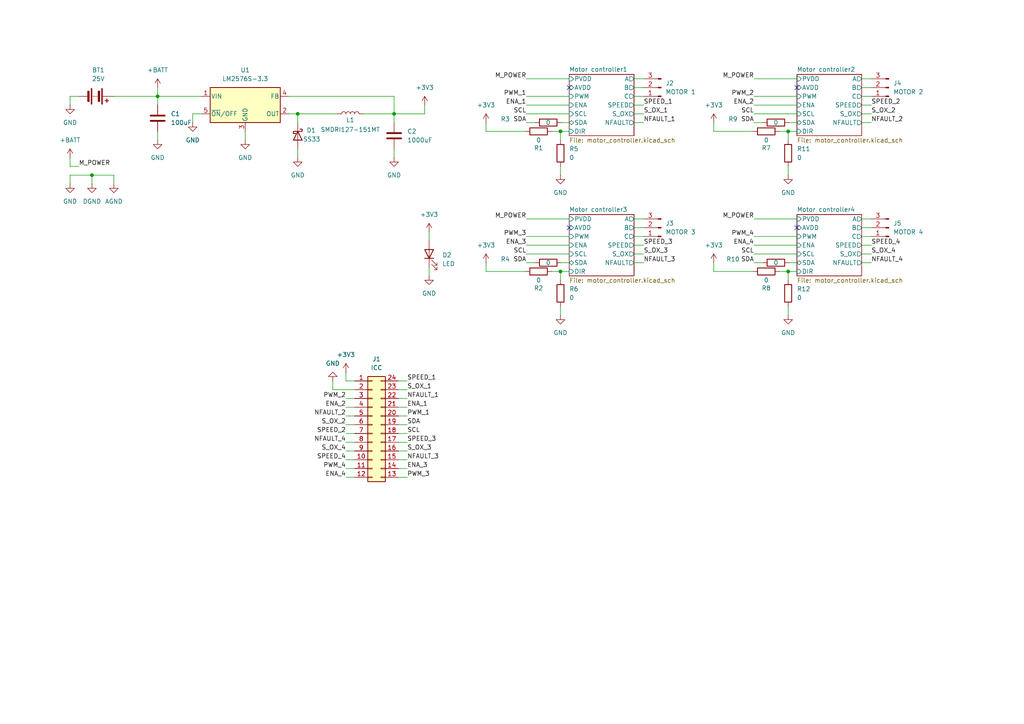
<source format=kicad_sch>
(kicad_sch (version 20231120) (generator "eeschema") (generator_version "8.0")
  (paper "A4")
  (lib_symbols
    (symbol "Connector:Conn_01x03_Pin" (pin_names (offset 1.016) hide)
      (property "Reference" "J" (at 0 5.08 0))
      (property "Value" "Conn_01x03_Pin" (at 0 -5.08 0))
      (symbol "Conn_01x03_Pin_1_1"
        (polyline (pts (xy 1.27 -2.54) (xy 0.8636 -2.54)) (stroke (width 0.1524)))
        (polyline (pts (xy 1.27 0) (xy 0.8636 0)) (stroke (width 0.1524)))
        (polyline (pts (xy 1.27 2.54) (xy 0.8636 2.54)) (stroke (width 0.1524)))
        (rectangle (start 0.8636 -2.413) (end 0 -2.667) (stroke (width 0.1524)) (fill (type outline)))
        (rectangle (start 0.8636 0.127) (end 0 -0.127) (stroke (width 0.1524)) (fill (type outline)))
        (rectangle (start 0.8636 2.667) (end 0 2.413) (stroke (width 0.1524)) (fill (type outline)))
        (pin passive line (at 5.08 2.54 180) (length 3.81) (name "Pin_1") (number "1"))
        (pin passive line (at 5.08 0 180) (length 3.81) (name "Pin_2") (number "2"))
        (pin passive line (at 5.08 -2.54 180) (length 3.81) (name "Pin_3") (number "3"))
      )
    )
    (symbol "Connector_Generic:Conn_02x12_Counter_Clockwise" (pin_names (offset 1.016) hide)
      (property "Reference" "J" (at 1.27 15.24 0))
      (property "Value" "Conn_02x12_Counter_Clockwise" (at 1.27 -17.78 0))
      (symbol "Conn_02x12_Counter_Clockwise_1_1"
        (rectangle (start -1.27 -15.113) (end 0 -15.367) (stroke (width 0.1524)))
        (rectangle (start -1.27 -12.573) (end 0 -12.827) (stroke (width 0.1524)))
        (rectangle (start -1.27 -10.033) (end 0 -10.287) (stroke (width 0.1524)))
        (rectangle (start -1.27 -7.493) (end 0 -7.747) (stroke (width 0.1524)))
        (rectangle (start -1.27 -4.953) (end 0 -5.207) (stroke (width 0.1524)))
        (rectangle (start -1.27 -2.413) (end 0 -2.667) (stroke (width 0.1524)))
        (rectangle (start -1.27 0.127) (end 0 -0.127) (stroke (width 0.1524)))
        (rectangle (start -1.27 2.667) (end 0 2.413) (stroke (width 0.1524)))
        (rectangle (start -1.27 5.207) (end 0 4.953) (stroke (width 0.1524)))
        (rectangle (start -1.27 7.747) (end 0 7.493) (stroke (width 0.1524)))
        (rectangle (start -1.27 10.287) (end 0 10.033) (stroke (width 0.1524)))
        (rectangle (start -1.27 12.827) (end 0 12.573) (stroke (width 0.1524)))
        (rectangle (start -1.27 13.97) (end 3.81 -16.51) (stroke (width 0.254)) (fill (type background)))
        (rectangle (start 3.81 -15.113) (end 2.54 -15.367) (stroke (width 0.1524)))
        (rectangle (start 3.81 -12.573) (end 2.54 -12.827) (stroke (width 0.1524)))
        (rectangle (start 3.81 -10.033) (end 2.54 -10.287) (stroke (width 0.1524)))
        (rectangle (start 3.81 -7.493) (end 2.54 -7.747) (stroke (width 0.1524)))
        (rectangle (start 3.81 -4.953) (end 2.54 -5.207) (stroke (width 0.1524)))
        (rectangle (start 3.81 -2.413) (end 2.54 -2.667) (stroke (width 0.1524)))
        (rectangle (start 3.81 0.127) (end 2.54 -0.127) (stroke (width 0.1524)))
        (rectangle (start 3.81 2.667) (end 2.54 2.413) (stroke (width 0.1524)))
        (rectangle (start 3.81 5.207) (end 2.54 4.953) (stroke (width 0.1524)))
        (rectangle (start 3.81 7.747) (end 2.54 7.493) (stroke (width 0.1524)))
        (rectangle (start 3.81 10.287) (end 2.54 10.033) (stroke (width 0.1524)))
        (rectangle (start 3.81 12.827) (end 2.54 12.573) (stroke (width 0.1524)))
        (pin passive line (at -5.08 12.7 0) (length 3.81) (name "Pin_1") (number "1"))
        (pin passive line (at -5.08 -10.16 0) (length 3.81) (name "Pin_10") (number "10"))
        (pin passive line (at -5.08 -12.7 0) (length 3.81) (name "Pin_11") (number "11"))
        (pin passive line (at -5.08 -15.24 0) (length 3.81) (name "Pin_12") (number "12"))
        (pin passive line (at 7.62 -15.24 180) (length 3.81) (name "Pin_13") (number "13"))
        (pin passive line (at 7.62 -12.7 180) (length 3.81) (name "Pin_14") (number "14"))
        (pin passive line (at 7.62 -10.16 180) (length 3.81) (name "Pin_15") (number "15"))
        (pin passive line (at 7.62 -7.62 180) (length 3.81) (name "Pin_16") (number "16"))
        (pin passive line (at 7.62 -5.08 180) (length 3.81) (name "Pin_17") (number "17"))
        (pin passive line (at 7.62 -2.54 180) (length 3.81) (name "Pin_18") (number "18"))
        (pin passive line (at 7.62 0 180) (length 3.81) (name "Pin_19") (number "19"))
        (pin passive line (at -5.08 10.16 0) (length 3.81) (name "Pin_2") (number "2"))
        (pin passive line (at 7.62 2.54 180) (length 3.81) (name "Pin_20") (number "20"))
        (pin passive line (at 7.62 5.08 180) (length 3.81) (name "Pin_21") (number "21"))
        (pin passive line (at 7.62 7.62 180) (length 3.81) (name "Pin_22") (number "22"))
        (pin passive line (at 7.62 10.16 180) (length 3.81) (name "Pin_23") (number "23"))
        (pin passive line (at 7.62 12.7 180) (length 3.81) (name "Pin_24") (number "24"))
        (pin passive line (at -5.08 7.62 0) (length 3.81) (name "Pin_3") (number "3"))
        (pin passive line (at -5.08 5.08 0) (length 3.81) (name "Pin_4") (number "4"))
        (pin passive line (at -5.08 2.54 0) (length 3.81) (name "Pin_5") (number "5"))
        (pin passive line (at -5.08 0 0) (length 3.81) (name "Pin_6") (number "6"))
        (pin passive line (at -5.08 -2.54 0) (length 3.81) (name "Pin_7") (number "7"))
        (pin passive line (at -5.08 -5.08 0) (length 3.81) (name "Pin_8") (number "8"))
        (pin passive line (at -5.08 -7.62 0) (length 3.81) (name "Pin_9") (number "9"))
      )
    )
    (symbol "Device:Battery" (pin_numbers hide) (pin_names (offset 0) hide)
      (property "Reference" "BT" (at 2.54 2.54 0))
      (property "Value" "Battery" (at 2.54 0 0))
      (symbol "Battery_0_1"
        (rectangle (start -2.286 -1.27) (end 2.286 -1.524) (fill (type outline)))
        (rectangle (start -2.286 1.778) (end 2.286 1.524) (fill (type outline)))
        (rectangle (start -1.524 -2.032) (end 1.524 -2.54) (fill (type outline)))
        (rectangle (start -1.524 1.016) (end 1.524 0.508) (fill (type outline)))
        (polyline (pts (xy 0 -1.016) (xy 0 -0.762)))
        (polyline (pts (xy 0 -0.508) (xy 0 -0.254)))
        (polyline (pts (xy 0 0) (xy 0 0.254)))
        (polyline (pts (xy 0 1.778) (xy 0 2.54)))
        (polyline (pts (xy 0.762 3.048) (xy 1.778 3.048)) (stroke (width 0.254)))
        (polyline (pts (xy 1.27 3.556) (xy 1.27 2.54)) (stroke (width 0.254)))
      )
      (symbol "Battery_1_1"
        (pin passive line (at 0 5.08 270) (length 2.54) (name "+") (number "1"))
        (pin passive line (at 0 -5.08 90) (length 2.54) (name "-") (number "2"))
      )
    )
    (symbol "Device:C" (pin_numbers hide) (pin_names (offset 0.254))
      (property "Reference" "C" (at 0.635 2.54 0))
      (property "Value" "C" (at 0.635 -2.54 0))
      (symbol "C_0_1"
        (polyline (pts (xy -2.032 -0.762) (xy 2.032 -0.762)) (stroke (width 0.508)))
        (polyline (pts (xy -2.032 0.762) (xy 2.032 0.762)) (stroke (width 0.508)))
      )
      (symbol "C_1_1"
        (pin passive line (at 0 3.81 270) (length 2.794) (name "~") (number "1"))
        (pin passive line (at 0 -3.81 90) (length 2.794) (name "~") (number "2"))
      )
    )
    (symbol "Device:D_Schottky" (pin_numbers hide) (pin_names (offset 1.016) hide)
      (property "Reference" "D" (at 0 2.54 0))
      (property "Value" "D_Schottky" (at 0 -2.54 0))
      (symbol "D_Schottky_0_1"
        (polyline (pts (xy 1.27 0) (xy -1.27 0)))
        (polyline (pts (xy 1.27 1.27) (xy 1.27 -1.27) (xy -1.27 0) (xy 1.27 1.27)) (stroke (width 0.254)))
        (polyline (pts (xy -1.905 0.635) (xy -1.905 1.27) (xy -1.27 1.27) (xy -1.27 -1.27) (xy -0.635 -1.27) (xy -0.635 -0.635)) (stroke (width 0.254)))
      )
      (symbol "D_Schottky_1_1"
        (pin passive line (at -3.81 0 0) (length 2.54) (name "K") (number "1"))
        (pin passive line (at 3.81 0 180) (length 2.54) (name "A") (number "2"))
      )
    )
    (symbol "Device:L" (pin_numbers hide) (pin_names (offset 1.016) hide)
      (property "Reference" "L" (at -1.27 0 90))
      (property "Value" "L" (at 1.905 0 90))
      (symbol "L_0_1"
        (arc (start 0 -2.54) (mid 0.6323 -1.905) (end 0 -1.27))
        (arc (start 0 -1.27) (mid 0.6323 -0.635) (end 0 0))
        (arc (start 0 0) (mid 0.6323 0.635) (end 0 1.27))
        (arc (start 0 1.27) (mid 0.6323 1.905) (end 0 2.54))
      )
      (symbol "L_1_1"
        (pin passive line (at 0 3.81 270) (length 1.27) (name "1") (number "1"))
        (pin passive line (at 0 -3.81 90) (length 1.27) (name "2") (number "2"))
      )
    )
    (symbol "Device:LED" (pin_numbers hide) (pin_names (offset 1.016) hide)
      (property "Reference" "D" (at 0 2.54 0))
      (property "Value" "LED" (at 0 -2.54 0))
      (symbol "LED_0_1"
        (polyline (pts (xy -1.27 -1.27) (xy -1.27 1.27)) (stroke (width 0.254)))
        (polyline (pts (xy -1.27 0) (xy 1.27 0)))
        (polyline (pts (xy 1.27 -1.27) (xy 1.27 1.27) (xy -1.27 0) (xy 1.27 -1.27)) (stroke (width 0.254)))
        (polyline (pts (xy -3.048 -0.762) (xy -4.572 -2.286) (xy -3.81 -2.286) (xy -4.572 -2.286) (xy -4.572 -1.524)))
        (polyline (pts (xy -1.778 -0.762) (xy -3.302 -2.286) (xy -2.54 -2.286) (xy -3.302 -2.286) (xy -3.302 -1.524)))
      )
      (symbol "LED_1_1"
        (pin passive line (at -3.81 0 0) (length 2.54) (name "K") (number "1"))
        (pin passive line (at 3.81 0 180) (length 2.54) (name "A") (number "2"))
      )
    )
    (symbol "Device:R" (pin_numbers hide) (pin_names (offset 0))
      (property "Reference" "R" (at 2.032 0 90))
      (property "Value" "R" (at 0 0 90))
      (symbol "R_0_1"
        (rectangle (start -1.016 -2.54) (end 1.016 2.54) (stroke (width 0.254)))
      )
      (symbol "R_1_1"
        (pin passive line (at 0 3.81 270) (length 1.27) (name "~") (number "1"))
        (pin passive line (at 0 -3.81 90) (length 1.27) (name "~") (number "2"))
      )
    )
    (symbol "Regulator_Switching:LM2576S-3.3" (pin_names (offset 0.254))
      (property "Reference" "U" (at -10.16 6.35 0))
      (property "Value" "LM2576S-3.3" (at 0 6.35 0))
      (symbol "LM2576S-3.3_0_1"
        (rectangle (start -10.16 5.08) (end 10.16 -5.08) (stroke (width 0.254)) (fill (type background)))
      )
      (symbol "LM2576S-3.3_1_1"
        (pin power_in line (at -12.7 2.54 0) (length 2.54) (name "VIN") (number "1"))
        (pin output line (at 12.7 -2.54 180) (length 2.54) (name "OUT") (number "2"))
        (pin power_in line (at 0 -7.62 90) (length 2.54) (name "GND") (number "3"))
        (pin input line (at 12.7 2.54 180) (length 2.54) (name "FB") (number "4"))
        (pin input line (at -12.7 -2.54 0) (length 2.54) (name "~{ON}/OFF") (number "5"))
      )
    )
    (symbol "power:+3V3" (power) (pin_numbers hide) (pin_names (offset 0) hide)
      (property "Value" "+3V3" (at 0 3.556 0))
      (symbol "+3V3_0_1"
        (polyline (pts (xy -0.762 1.27) (xy 0 2.54)))
        (polyline (pts (xy 0 0) (xy 0 2.54)))
        (polyline (pts (xy 0 2.54) (xy 0.762 1.27)))
      )
      (symbol "+3V3_1_1"
        (pin power_in line (at 0 0 90) (length 0) (name "~") (number "1"))
      )
    )
    (symbol "power:+BATT" (power) (pin_numbers hide) (pin_names (offset 0) hide)
      (property "Value" "+BATT" (at 0 3.556 0))
      (symbol "+BATT_0_1"
        (polyline (pts (xy -0.762 1.27) (xy 0 2.54)))
        (polyline (pts (xy 0 0) (xy 0 2.54)))
        (polyline (pts (xy 0 2.54) (xy 0.762 1.27)))
      )
      (symbol "+BATT_1_1"
        (pin power_in line (at 0 0 90) (length 0) (name "~") (number "1"))
      )
    )
    (symbol "power:GND" (power) (pin_numbers hide) (pin_names (offset 0) hide)
      (property "Value" "GND" (at 0 -3.81 0))
      (symbol "GND_0_1"
        (polyline (pts (xy 0 0) (xy 0 -1.27) (xy 1.27 -1.27) (xy 0 -2.54) (xy -1.27 -1.27) (xy 0 -1.27)))
      )
      (symbol "GND_1_1"
        (pin power_in line (at 0 0 270) (length 0) (name "~") (number "1"))
      )
    )
  )
  (junction (at 228.6 38.1))
  (junction (at 114.3 33.02))
  (junction (at 26.67 50.8))
  (junction (at 86.36 33.02))
  (junction (at 45.72 27.94))
  (junction (at 162.56 78.74))
  (junction (at 228.6 78.74))
  (junction (at 162.56 38.1))
  (no_connect (at 231.14 25.4))
  (no_connect (at 231.14 66.04))
  (no_connect (at 165.1 25.4))
  (no_connect (at 165.1 66.04))
  (wire (pts (xy 118.11 110.49) (xy 115.57 110.49)))
  (wire (pts (xy 152.654 27.94) (xy 165.1 27.94)))
  (wire (pts (xy 114.3 33.02) (xy 114.3 35.56)))
  (wire (pts (xy 83.82 33.02) (xy 86.36 33.02)))
  (wire (pts (xy 100.33 125.73) (xy 102.87 125.73)))
  (wire (pts (xy 55.88 33.02) (xy 55.88 35.56)))
  (wire (pts (xy 100.33 130.81) (xy 102.87 130.81)))
  (wire (pts (xy 118.11 120.65) (xy 115.57 120.65)))
  (wire (pts (xy 20.32 50.8) (xy 26.67 50.8)))
  (wire (pts (xy 228.6 78.74) (xy 231.14 78.74)))
  (wire (pts (xy 100.33 107.95) (xy 100.33 110.49)))
  (wire (pts (xy 183.896 76.2) (xy 186.69 76.2)))
  (wire (pts (xy 162.56 78.74) (xy 165.1 78.74)))
  (wire (pts (xy 226.06 38.1) (xy 228.6 38.1)))
  (wire (pts (xy 218.694 71.12) (xy 231.14 71.12)))
  (wire (pts (xy 26.67 50.8) (xy 33.02 50.8)))
  (wire (pts (xy 86.36 43.18) (xy 86.36 45.72)))
  (wire (pts (xy 183.896 63.5) (xy 186.69 63.5)))
  (wire (pts (xy 218.694 73.66) (xy 231.14 73.66)))
  (wire (pts (xy 118.11 130.81) (xy 115.57 130.81)))
  (wire (pts (xy 152.654 22.86) (xy 165.1 22.86)))
  (wire (pts (xy 100.33 118.11) (xy 102.87 118.11)))
  (wire (pts (xy 218.694 35.56) (xy 221.234 35.56)))
  (wire (pts (xy 100.33 110.49) (xy 102.87 110.49)))
  (wire (pts (xy 249.936 73.66) (xy 252.73 73.66)))
  (wire (pts (xy 123.19 30.48) (xy 123.19 33.02)))
  (wire (pts (xy 207.01 38.1) (xy 207.01 35.56)))
  (wire (pts (xy 118.11 138.43) (xy 115.57 138.43)))
  (wire (pts (xy 249.936 76.2) (xy 252.73 76.2)))
  (wire (pts (xy 33.02 27.94) (xy 45.72 27.94)))
  (wire (pts (xy 86.36 33.02) (xy 97.79 33.02)))
  (wire (pts (xy 33.02 50.8) (xy 33.02 53.34)))
  (wire (pts (xy 26.67 50.8) (xy 26.67 53.34)))
  (wire (pts (xy 100.33 115.57) (xy 102.87 115.57)))
  (wire (pts (xy 228.6 38.1) (xy 231.14 38.1)))
  (wire (pts (xy 83.82 27.94) (xy 114.3 27.94)))
  (wire (pts (xy 162.814 76.2) (xy 165.1 76.2)))
  (wire (pts (xy 20.32 50.8) (xy 20.32 53.34)))
  (wire (pts (xy 160.02 38.1) (xy 162.56 38.1)))
  (wire (pts (xy 249.936 22.86) (xy 252.73 22.86)))
  (wire (pts (xy 114.3 33.02) (xy 114.3 27.94)))
  (wire (pts (xy 218.694 68.58) (xy 231.14 68.58)))
  (wire (pts (xy 249.936 66.04) (xy 252.73 66.04)))
  (wire (pts (xy 162.814 35.56) (xy 165.1 35.56)))
  (wire (pts (xy 228.6 48.26) (xy 228.6 50.8)))
  (wire (pts (xy 218.44 78.74) (xy 207.01 78.74)))
  (wire (pts (xy 249.936 71.12) (xy 252.73 71.12)))
  (wire (pts (xy 118.11 123.19) (xy 115.57 123.19)))
  (wire (pts (xy 140.97 78.74) (xy 140.97 76.2)))
  (wire (pts (xy 218.694 22.86) (xy 231.14 22.86)))
  (wire (pts (xy 45.72 25.4) (xy 45.72 27.94)))
  (wire (pts (xy 183.896 71.12) (xy 186.69 71.12)))
  (wire (pts (xy 152.654 30.48) (xy 165.1 30.48)))
  (wire (pts (xy 160.02 78.74) (xy 162.56 78.74)))
  (wire (pts (xy 118.11 125.73) (xy 115.57 125.73)))
  (wire (pts (xy 183.896 73.66) (xy 186.69 73.66)))
  (wire (pts (xy 100.33 123.19) (xy 102.87 123.19)))
  (wire (pts (xy 45.72 27.94) (xy 45.72 30.48)))
  (wire (pts (xy 152.654 33.02) (xy 165.1 33.02)))
  (wire (pts (xy 100.33 120.65) (xy 102.87 120.65)))
  (wire (pts (xy 183.896 66.04) (xy 186.69 66.04)))
  (wire (pts (xy 218.694 76.2) (xy 221.234 76.2)))
  (wire (pts (xy 228.6 38.1) (xy 228.6 40.64)))
  (wire (pts (xy 152.4 78.74) (xy 140.97 78.74)))
  (wire (pts (xy 249.936 35.56) (xy 252.73 35.56)))
  (wire (pts (xy 118.11 118.11) (xy 115.57 118.11)))
  (wire (pts (xy 96.52 110.49) (xy 96.52 113.03)))
  (wire (pts (xy 100.33 133.35) (xy 102.87 133.35)))
  (wire (pts (xy 228.6 78.74) (xy 228.6 81.28)))
  (wire (pts (xy 218.694 30.48) (xy 231.14 30.48)))
  (wire (pts (xy 183.896 25.4) (xy 186.69 25.4)))
  (wire (pts (xy 162.56 88.9) (xy 162.56 91.44)))
  (wire (pts (xy 118.11 128.27) (xy 115.57 128.27)))
  (wire (pts (xy 152.4 38.1) (xy 140.97 38.1)))
  (wire (pts (xy 105.41 33.02) (xy 114.3 33.02)))
  (wire (pts (xy 45.72 27.94) (xy 58.42 27.94)))
  (wire (pts (xy 152.654 71.12) (xy 165.1 71.12)))
  (wire (pts (xy 152.654 76.2) (xy 155.194 76.2)))
  (wire (pts (xy 228.854 35.56) (xy 231.14 35.56)))
  (wire (pts (xy 218.694 27.94) (xy 231.14 27.94)))
  (wire (pts (xy 183.896 30.48) (xy 186.69 30.48)))
  (wire (pts (xy 162.56 38.1) (xy 165.1 38.1)))
  (wire (pts (xy 114.3 33.02) (xy 123.19 33.02)))
  (wire (pts (xy 124.46 77.47) (xy 124.46 80.01)))
  (wire (pts (xy 249.936 33.02) (xy 252.73 33.02)))
  (wire (pts (xy 218.44 38.1) (xy 207.01 38.1)))
  (wire (pts (xy 100.33 138.43) (xy 102.87 138.43)))
  (wire (pts (xy 183.896 33.02) (xy 186.69 33.02)))
  (wire (pts (xy 20.32 27.94) (xy 20.32 30.48)))
  (wire (pts (xy 249.936 63.5) (xy 252.73 63.5)))
  (wire (pts (xy 207.01 78.74) (xy 207.01 76.2)))
  (wire (pts (xy 114.3 43.18) (xy 114.3 45.72)))
  (wire (pts (xy 183.896 35.56) (xy 186.69 35.56)))
  (wire (pts (xy 249.936 68.58) (xy 252.73 68.58)))
  (wire (pts (xy 118.11 133.35) (xy 115.57 133.35)))
  (wire (pts (xy 118.11 115.57) (xy 115.57 115.57)))
  (wire (pts (xy 20.32 45.72) (xy 20.32 48.26)))
  (wire (pts (xy 100.33 128.27) (xy 102.87 128.27)))
  (wire (pts (xy 228.6 88.9) (xy 228.6 91.44)))
  (wire (pts (xy 86.36 33.02) (xy 86.36 35.56)))
  (wire (pts (xy 183.896 27.94) (xy 186.69 27.94)))
  (wire (pts (xy 152.654 68.58) (xy 165.1 68.58)))
  (wire (pts (xy 45.72 38.1) (xy 45.72 40.64)))
  (wire (pts (xy 22.86 27.94) (xy 20.32 27.94)))
  (wire (pts (xy 152.654 63.5) (xy 165.1 63.5)))
  (wire (pts (xy 162.56 48.26) (xy 162.56 50.8)))
  (wire (pts (xy 162.56 38.1) (xy 162.56 40.64)))
  (wire (pts (xy 183.896 22.86) (xy 186.69 22.86)))
  (wire (pts (xy 71.12 40.64) (xy 71.12 38.1)))
  (wire (pts (xy 152.654 35.56) (xy 155.194 35.56)))
  (wire (pts (xy 162.56 78.74) (xy 162.56 81.28)))
  (wire (pts (xy 183.896 68.58) (xy 186.69 68.58)))
  (wire (pts (xy 152.654 73.66) (xy 165.1 73.66)))
  (wire (pts (xy 20.32 48.26) (xy 22.86 48.26)))
  (wire (pts (xy 249.936 25.4) (xy 252.73 25.4)))
  (wire (pts (xy 249.936 27.94) (xy 252.73 27.94)))
  (wire (pts (xy 226.06 78.74) (xy 228.6 78.74)))
  (wire (pts (xy 118.11 135.89) (xy 115.57 135.89)))
  (wire (pts (xy 249.936 30.48) (xy 252.73 30.48)))
  (wire (pts (xy 124.46 67.31) (xy 124.46 69.85)))
  (wire (pts (xy 218.694 33.02) (xy 231.14 33.02)))
  (wire (pts (xy 58.42 33.02) (xy 55.88 33.02)))
  (wire (pts (xy 118.11 113.03) (xy 115.57 113.03)))
  (wire (pts (xy 140.97 38.1) (xy 140.97 35.56)))
  (wire (pts (xy 228.854 76.2) (xy 231.14 76.2)))
  (wire (pts (xy 100.33 135.89) (xy 102.87 135.89)))
  (wire (pts (xy 96.52 113.03) (xy 102.87 113.03)))
  (wire (pts (xy 218.694 63.5) (xy 231.14 63.5)))
  (label "ENA_2" (at 218.694 30.48 180))
  (label "PWM_3" (at 118.11 138.43 0))
  (label "SCL" (at 152.654 33.02 180))
  (label "PWM_1" (at 152.654 27.94 180))
  (label "SCL" (at 218.694 73.66 180))
  (label "SDA" (at 152.654 35.56 180))
  (label "ENA_3" (at 118.11 135.89 0))
  (label "SPEED_2" (at 252.73 30.48 0))
  (label "M_POWER" (at 218.694 22.86 180))
  (label "SCL" (at 118.11 125.73 0))
  (label "ENA_4" (at 218.694 71.12 180))
  (label "SDA" (at 118.11 123.19 0))
  (label "NFAULT_1" (at 118.11 115.57 0))
  (label "SPEED_1" (at 118.11 110.49 0))
  (label "SPEED_4" (at 252.73 71.12 0))
  (label "SDA" (at 218.694 76.2 180))
  (label "S_OX_1" (at 118.11 113.03 0))
  (label "SCL" (at 218.694 33.02 180))
  (label "ENA_3" (at 152.654 71.12 180))
  (label "S_OX_4" (at 252.73 73.66 0))
  (label "PWM_3" (at 152.654 68.58 180))
  (label "SPEED_4" (at 100.33 133.35 180))
  (label "S_OX_3" (at 118.11 130.81 0))
  (label "SPEED_3" (at 186.69 71.12 0))
  (label "NFAULT_2" (at 252.73 35.56 0))
  (label "SCL" (at 152.654 73.66 180))
  (label "SDA" (at 152.654 76.2 180))
  (label "S_OX_3" (at 186.69 73.66 0))
  (label "PWM_1" (at 118.11 120.65 0))
  (label "M_POWER" (at 152.654 63.5 180))
  (label "PWM_4" (at 100.33 135.89 180))
  (label "PWM_2" (at 218.694 27.94 180))
  (label "ENA_2" (at 100.33 118.11 180))
  (label "NFAULT_1" (at 186.69 35.56 0))
  (label "NFAULT_3" (at 186.69 76.2 0))
  (label "M_POWER" (at 22.86 48.26 0))
  (label "SPEED_2" (at 100.33 125.73 180))
  (label "S_OX_1" (at 186.69 33.02 0))
  (label "S_OX_2" (at 100.33 123.19 180))
  (label "NFAULT_3" (at 118.11 133.35 0))
  (label "PWM_4" (at 218.694 68.58 180))
  (label "SPEED_3" (at 118.11 128.27 0))
  (label "NFAULT_4" (at 100.33 128.27 180))
  (label "SPEED_1" (at 186.69 30.48 0))
  (label "PWM_2" (at 100.33 115.57 180))
  (label "M_POWER" (at 152.654 22.86 180))
  (label "ENA_1" (at 118.11 118.11 0))
  (label "ENA_4" (at 100.33 138.43 180))
  (label "ENA_1" (at 152.654 30.48 180))
  (label "M_POWER" (at 218.694 63.5 180))
  (label "S_OX_4" (at 100.33 130.81 180))
  (label "SDA" (at 218.694 35.56 180))
  (label "NFAULT_2" (at 100.33 120.65 180))
  (label "NFAULT_4" (at 252.73 76.2 0))
  (label "S_OX_2" (at 252.73 33.02 0))
  (symbol (lib_id "power:+3V3") (at 100.33 107.95 0) (unit 1)
    (property "Reference" "#PWR012" (effects (hide yes)))
    (property "Value" "+3V3" (at 100.33 102.87 0))
    (property "Description" "Power symbol creates a global label with name \"+3V3\"" (effects (hide yes)))
  )
  (symbol (lib_id "power:GND") (at 114.3 45.72 0) (unit 1)
    (property "Reference" "#PWR013" (effects (hide yes)))
    (property "Value" "GND" (at 114.3 50.8 0))
    (property "Description" "Power symbol creates a global label with name \"GND\" , ground" (effects (hide yes)))
  )
  (symbol (lib_id "Device:R") (at 228.6 85.09 0) (unit 1)
    (property "Reference" "R12" (at 231.14 83.8199 0) (effects (justify left)))
    (property "Value" "0" (at 231.14 86.3599 0) (effects (justify left)))
    (property "Footprint" "Resistor_SMD:R_0603_1608Metric_Pad0.98x0.95mm_HandSolder" (effects (hide yes)))
    (property "Description" "Resistor" (effects (hide yes)))
  )
  (symbol (lib_id "power:+3V3") (at 140.97 76.2 0) (unit 1)
    (property "Reference" "#PWR018" (effects (hide yes)))
    (property "Value" "+3V3" (at 140.97 71.12 0))
    (property "Description" "Power symbol creates a global label with name \"+3V3\"" (effects (hide yes)))
  )
  (symbol (lib_id "power:+3V3") (at 123.19 30.48 0) (unit 1)
    (property "Reference" "#PWR014" (effects (hide yes)))
    (property "Value" "+3V3" (at 123.19 25.4 0))
    (property "Description" "Power symbol creates a global label with name \"+3V3\"" (effects (hide yes)))
  )
  (symbol (lib_id "power:+3V3") (at 124.46 67.31 0) (unit 1)
    (property "Reference" "#PWR015" (effects (hide yes)))
    (property "Value" "+3V3" (at 124.46 62.23 0))
    (property "Description" "Power symbol creates a global label with name \"+3V3\"" (effects (hide yes)))
  )
  (symbol (lib_id "Regulator_Switching:LM2576S-3.3") (at 71.12 30.48 0) (unit 1)
    (property "Reference" "U1" (at 71.12 20.32 0))
    (property "Value" "LM2576S-3.3" (at 71.12 22.86 0))
    (property "Footprint" "Package_TO_SOT_SMD:TO-263-5_TabPin3" (effects (hide yes)))
    (property "Datasheet" "http://www.ti.com/lit/ds/symlink/lm2576.pdf" (effects (hide yes)))
    (property "Description" "3.3V, 3A SIMPLE SWITCHER® Step-Down Voltage Regulator, TO-263" (effects (hide yes)))
  )
  (symbol (lib_id "power:GND") (at 162.56 50.8 0) (unit 1)
    (property "Reference" "#PWR019" (effects (hide yes)))
    (property "Value" "GND" (at 162.56 55.88 0))
    (property "Description" "Power symbol creates a global label with name \"GND\" , ground" (effects (hide yes)))
  )
  (symbol (lib_id "Device:R") (at 222.25 78.74 90) (unit 1)
    (property "Reference" "R8" (at 222.25 83.566 90))
    (property "Value" "0" (at 222.25 81.28 90))
    (property "Footprint" "Resistor_SMD:R_0603_1608Metric_Pad0.98x0.95mm_HandSolder" (effects (hide yes)))
    (property "Description" "Resistor" (effects (hide yes)))
  )
  (symbol (lib_id "Device:LED") (at 124.46 73.66 90) (unit 1)
    (property "Reference" "D2" (at 128.27 73.9774 90) (effects (justify right)))
    (property "Value" "LED" (at 128.27 76.5174 90) (effects (justify right)))
    (property "Footprint" "LED_SMD:LED_0603_1608Metric" (effects (hide yes)))
    (property "Description" "Light emitting diode" (effects (hide yes)))
  )
  (symbol (lib_id "Device:R") (at 162.56 44.45 0) (unit 1)
    (property "Reference" "R5" (at 165.1 43.1799 0) (effects (justify left)))
    (property "Value" "0" (at 165.1 45.7199 0) (effects (justify left)))
    (property "Footprint" "Resistor_SMD:R_0603_1608Metric_Pad0.98x0.95mm_HandSolder" (effects (hide yes)))
    (property "Description" "Resistor" (effects (hide yes)))
  )
  (symbol (lib_id "power:GND") (at 228.6 91.44 0) (unit 1)
    (property "Reference" "#PWR024" (effects (hide yes)))
    (property "Value" "GND" (at 228.6 96.52 0))
    (property "Description" "Power symbol creates a global label with name \"GND\" , ground" (effects (hide yes)))
  )
  (symbol (lib_id "Device:R") (at 159.004 76.2 90) (unit 1)
    (property "Reference" "R4" (at 146.558 75.184 90))
    (property "Value" "0" (at 159.004 76.2 90))
    (property "Footprint" "Resistor_SMD:R_0603_1608Metric_Pad0.98x0.95mm_HandSolder" (effects (hide yes)))
    (property "Description" "Resistor" (effects (hide yes)))
  )
  (symbol (lib_id "power:GND") (at 20.32 53.34 0) (unit 1)
    (property "Reference" "#PWR03" (effects (hide yes)))
    (property "Value" "GND" (at 20.32 58.42 0))
    (property "Description" "Power symbol creates a global label with name \"GND\" , ground" (effects (hide yes)))
  )
  (symbol (lib_id "power:GND") (at 86.36 45.72 0) (unit 1)
    (property "Reference" "#PWR010" (effects (hide yes)))
    (property "Value" "GND" (at 86.36 50.8 0))
    (property "Description" "Power symbol creates a global label with name \"GND\" , ground" (effects (hide yes)))
  )
  (symbol (lib_id "power:GND") (at 124.46 80.01 0) (unit 1)
    (property "Reference" "#PWR016" (effects (hide yes)))
    (property "Value" "GND" (at 124.46 85.09 0))
    (property "Description" "Power symbol creates a global label with name \"GND\" , ground" (effects (hide yes)))
  )
  (symbol (lib_id "Device:R") (at 156.21 38.1 90) (unit 1)
    (property "Reference" "R1" (at 156.21 42.926 90))
    (property "Value" "0" (at 156.21 40.64 90))
    (property "Footprint" "Resistor_SMD:R_0603_1608Metric_Pad0.98x0.95mm_HandSolder" (effects (hide yes)))
    (property "Description" "Resistor" (effects (hide yes)))
  )
  (symbol (lib_id "Device:R") (at 225.044 76.2 90) (unit 1)
    (property "Reference" "R10" (at 212.598 75.184 90))
    (property "Value" "0" (at 225.044 76.2 90))
    (property "Footprint" "Resistor_SMD:R_0603_1608Metric_Pad0.98x0.95mm_HandSolder" (effects (hide yes)))
    (property "Description" "Resistor" (effects (hide yes)))
  )
  (symbol (lib_id "power:GND") (at 33.02 53.34 0) (unit 1)
    (property "Reference" "#PWR05" (effects (hide yes)))
    (property "Value" "AGND" (at 33.02 58.42 0))
    (property "Description" "Power symbol creates a global label with name \"GND\" , ground" (effects (hide yes)))
  )
  (symbol (lib_id "Connector:Conn_01x03_Pin") (at 257.81 25.4 180) (unit 1)
    (property "Reference" "J4" (at 259.08 24.1299 0) (effects (justify right)))
    (property "Value" "MOTOR 2" (at 259.08 26.6699 0) (effects (justify right)))
    (property "Footprint" "Custom:Edge_Solderpoint" (effects (hide yes)))
    (property "Description" "Generic connector, single row, 01x03, script generated" (effects (hide yes)))
  )
  (symbol (lib_id "Connector:Conn_01x03_Pin") (at 191.77 25.4 180) (unit 1)
    (property "Reference" "J2" (at 193.04 24.1299 0) (effects (justify right)))
    (property "Value" "MOTOR 1" (at 193.04 26.6699 0) (effects (justify right)))
    (property "Footprint" "Custom:Edge_Solderpoint" (effects (hide yes)))
    (property "Description" "Generic connector, single row, 01x03, script generated" (effects (hide yes)))
  )
  (symbol (lib_id "Device:R") (at 156.21 78.74 90) (unit 1)
    (property "Reference" "R2" (at 156.21 83.566 90))
    (property "Value" "0" (at 156.21 81.28 90))
    (property "Footprint" "Resistor_SMD:R_0603_1608Metric_Pad0.98x0.95mm_HandSolder" (effects (hide yes)))
    (property "Description" "Resistor" (effects (hide yes)))
  )
  (symbol (lib_id "Device:R") (at 162.56 85.09 0) (unit 1)
    (property "Reference" "R6" (at 165.1 83.8199 0) (effects (justify left)))
    (property "Value" "0" (at 165.1 86.3599 0) (effects (justify left)))
    (property "Footprint" "Resistor_SMD:R_0603_1608Metric_Pad0.98x0.95mm_HandSolder" (effects (hide yes)))
    (property "Description" "Resistor" (effects (hide yes)))
  )
  (symbol (lib_id "power:+BATT") (at 45.72 25.4 0) (unit 1)
    (property "Reference" "#PWR06" (effects (hide yes)))
    (property "Value" "+BATT" (at 45.72 20.32 0))
    (property "Description" "Power symbol creates a global label with name \"+BATT\"" (effects (hide yes)))
  )
  (symbol (lib_id "power:GND") (at 55.88 35.56 0) (unit 1)
    (property "Reference" "#PWR08" (effects (hide yes)))
    (property "Value" "GND" (at 55.88 40.64 0))
    (property "Description" "Power symbol creates a global label with name \"GND\" , ground" (effects (hide yes)))
  )
  (symbol (lib_id "power:+3V3") (at 207.01 76.2 0) (unit 1)
    (property "Reference" "#PWR022" (effects (hide yes)))
    (property "Value" "+3V3" (at 207.01 71.12 0))
    (property "Description" "Power symbol creates a global label with name \"+3V3\"" (effects (hide yes)))
  )
  (symbol (lib_id "Connector:Conn_01x03_Pin") (at 191.77 66.04 180) (unit 1)
    (property "Reference" "J3" (at 193.04 64.7699 0) (effects (justify right)))
    (property "Value" "MOTOR 3" (at 193.04 67.3099 0) (effects (justify right)))
    (property "Footprint" "Custom:Edge_Solderpoint" (effects (hide yes)))
    (property "Description" "Generic connector, single row, 01x03, script generated" (effects (hide yes)))
  )
  (symbol (lib_id "power:+BATT") (at 20.32 45.72 0) (unit 1)
    (property "Reference" "#PWR02" (effects (hide yes)))
    (property "Value" "+BATT" (at 20.32 40.64 0))
    (property "Description" "Power symbol creates a global label with name \"+BATT\"" (effects (hide yes)))
  )
  (symbol (lib_id "power:GND") (at 26.67 53.34 0) (unit 1)
    (property "Reference" "#PWR04" (effects (hide yes)))
    (property "Value" "DGND" (at 26.67 58.42 0))
    (property "Description" "Power symbol creates a global label with name \"GND\" , ground" (effects (hide yes)))
  )
  (symbol (lib_id "Device:D_Schottky") (at 86.36 39.37 270) (unit 1)
    (property "Reference" "D1" (at 88.9 37.7824 90) (effects (justify left)))
    (property "Value" "SS33" (at 87.884 40.386 90) (effects (justify left)))
    (property "Footprint" "Diode_SMD:D_SMA" (effects (hide yes)))
    (property "Description" "Schottky diode" (effects (hide yes)))
  )
  (symbol (lib_id "power:+3V3") (at 140.97 35.56 0) (unit 1)
    (property "Reference" "#PWR017" (effects (hide yes)))
    (property "Value" "+3V3" (at 140.97 30.48 0))
    (property "Description" "Power symbol creates a global label with name \"+3V3\"" (effects (hide yes)))
  )
  (symbol (lib_id "power:GND") (at 228.6 50.8 0) (unit 1)
    (property "Reference" "#PWR023" (effects (hide yes)))
    (property "Value" "GND" (at 228.6 55.88 0))
    (property "Description" "Power symbol creates a global label with name \"GND\" , ground" (effects (hide yes)))
  )
  (symbol (lib_id "Device:R") (at 228.6 44.45 0) (unit 1)
    (property "Reference" "R11" (at 231.14 43.1799 0) (effects (justify left)))
    (property "Value" "0" (at 231.14 45.7199 0) (effects (justify left)))
    (property "Footprint" "Resistor_SMD:R_0603_1608Metric_Pad0.98x0.95mm_HandSolder" (effects (hide yes)))
    (property "Description" "Resistor" (effects (hide yes)))
  )
  (symbol (lib_id "power:GND") (at 71.12 40.64 0) (unit 1)
    (property "Reference" "#PWR09" (effects (hide yes)))
    (property "Value" "GND" (at 71.12 45.72 0))
    (property "Description" "Power symbol creates a global label with name \"GND\" , ground" (effects (hide yes)))
  )
  (symbol (lib_id "Device:C") (at 45.72 34.29 0) (unit 1)
    (property "Reference" "C1" (at 49.53 33.0199 0) (effects (justify left)))
    (property "Value" "100uF" (at 49.53 35.5599 0) (effects (justify left)))
    (property "Footprint" "Capacitor_SMD:C_0603_1608Metric" (effects (hide yes)))
    (property "Description" "Unpolarized capacitor" (effects (hide yes)))
  )
  (symbol (lib_id "power:GND") (at 96.52 110.49 180) (unit 1)
    (property "Reference" "#PWR011" (effects (hide yes)))
    (property "Value" "GND" (at 96.52 105.41 0))
    (property "Description" "Power symbol creates a global label with name \"GND\" , ground" (effects (hide yes)))
  )
  (symbol (lib_id "power:GND") (at 45.72 40.64 0) (unit 1)
    (property "Reference" "#PWR07" (effects (hide yes)))
    (property "Value" "GND" (at 45.72 45.72 0))
    (property "Description" "Power symbol creates a global label with name \"GND\" , ground" (effects (hide yes)))
  )
  (symbol (lib_id "Device:R") (at 222.25 38.1 90) (unit 1)
    (property "Reference" "R7" (at 222.25 42.926 90))
    (property "Value" "0" (at 222.25 40.64 90))
    (property "Footprint" "Resistor_SMD:R_0603_1608Metric_Pad0.98x0.95mm_HandSolder" (effects (hide yes)))
    (property "Description" "Resistor" (effects (hide yes)))
  )
  (symbol (lib_id "power:GND") (at 162.56 91.44 0) (unit 1)
    (property "Reference" "#PWR020" (effects (hide yes)))
    (property "Value" "GND" (at 162.56 96.52 0))
    (property "Description" "Power symbol creates a global label with name \"GND\" , ground" (effects (hide yes)))
  )
  (symbol (lib_id "Device:R") (at 225.044 35.56 90) (unit 1)
    (property "Reference" "R9" (at 212.598 34.544 90))
    (property "Value" "0" (at 225.044 35.56 90))
    (property "Footprint" "Resistor_SMD:R_0603_1608Metric_Pad0.98x0.95mm_HandSolder" (effects (hide yes)))
    (property "Description" "Resistor" (effects (hide yes)))
  )
  (symbol (lib_id "Device:R") (at 159.004 35.56 90) (unit 1)
    (property "Reference" "R3" (at 146.558 34.544 90))
    (property "Value" "0" (at 159.004 35.56 90))
    (property "Footprint" "Resistor_SMD:R_0603_1608Metric_Pad0.98x0.95mm_HandSolder" (effects (hide yes)))
    (property "Description" "Resistor" (effects (hide yes)))
  )
  (symbol (lib_id "Connector:Conn_01x03_Pin") (at 257.81 66.04 180) (unit 1)
    (property "Reference" "J5" (at 259.08 64.7699 0) (effects (justify right)))
    (property "Value" "MOTOR 4" (at 259.08 67.3099 0) (effects (justify right)))
    (property "Footprint" "Custom:Edge_Solderpoint" (effects (hide yes)))
    (property "Description" "Generic connector, single row, 01x03, script generated" (effects (hide yes)))
  )
  (symbol (lib_id "Device:L") (at 101.6 33.02 90) (unit 1)
    (property "Reference" "L1" (at 101.6 34.798 90))
    (property "Value" "SMDRI127-151MT" (at 101.6 37.592 90))
    (property "Footprint" "Inductor_SMD:L_12x12mm_H6mm" (effects (hide yes)))
    (property "Description" "Inductor" (effects (hide yes)))
  )
  (symbol (lib_id "power:GND") (at 20.32 30.48 0) (unit 1)
    (property "Reference" "#PWR01" (effects (hide yes)))
    (property "Value" "GND" (at 20.32 35.56 0))
    (property "Description" "Power symbol creates a global label with name \"GND\" , ground" (effects (hide yes)))
  )
  (symbol (lib_id "Device:C") (at 114.3 39.37 0) (unit 1)
    (property "Reference" "C2" (at 118.11 38.0999 0) (effects (justify left)))
    (property "Value" "1000uF" (at 118.11 40.6399 0) (effects (justify left)))
    (property "Footprint" "Capacitor_SMD:C_0603_1608Metric" (effects (hide yes)))
    (property "Description" "Unpolarized capacitor" (effects (hide yes)))
  )
  (symbol (lib_id "Connector_Generic:Conn_02x12_Counter_Clockwise") (at 107.95 123.19 0) (unit 1)
    (property "Reference" "J1" (at 109.22 104.14 0))
    (property "Value" "ICC" (at 109.22 106.68 0))
    (property "Footprint" "Connector_PinHeader_2.54mm:PinHeader_2x12_P2.54mm_Vertical" (effects (hide yes)))
    (property "Description" "Generic connector, double row, 02x12, counter clockwise pin numbering scheme (similar to DIP package numbering), script generated (kicad-library-utils/schlib/autogen/connector/)" (effects (hide yes)))
  )
  (symbol (lib_id "Device:Battery") (at 27.94 27.94 270) (unit 1)
    (property "Reference" "BT1" (at 28.5115 20.32 90))
    (property "Value" "25V" (at 28.5115 22.86 90))
    (property "Footprint" "Connector_AMASS:AMASS_XT60PW-M_1x02_P7.20mm_Horizontal" (effects (hide yes)))
    (property "Description" "Multiple-cell battery" (effects (hide yes)))
  )
  (symbol (lib_id "power:+3V3") (at 207.01 35.56 0) (unit 1)
    (property "Reference" "#PWR021" (effects (hide yes)))
    (property "Value" "+3V3" (at 207.01 30.48 0))
    (property "Description" "Power symbol creates a global label with name \"+3V3\"" (effects (hide yes)))
  )
  (sheet (at 165.1 21.59) (size 18.796 17.78) (stroke (width 0.1524))
    (property "Sheetname" "Motor controller1" (at 165.1 20.8784 0) (effects (justify left bottom)))
    (property "Sheetfile" "motor_controller.kicad_sch" (at 165.1 39.9546 0) (effects (justify left top)))
    (pin "PVDD" input (at 165.1 22.86 180))
    (pin "DIR" input (at 165.1 38.1 180))
    (pin "SCL" input (at 165.1 33.02 180))
    (pin "AVDD" input (at 165.1 25.4 180))
    (pin "ENA" input (at 165.1 30.48 180))
    (pin "SDA" bidirectional (at 165.1 35.56 180))
    (pin "SPEED" output (at 183.896 30.48 0))
    (pin "S_OX" output (at 183.896 33.02 0))
    (pin "NFAULT" output (at 183.896 35.56 0))
    (pin "A" output (at 183.896 22.86 0))
    (pin "PWM" input (at 165.1 27.94 180))
    (pin "C" output (at 183.896 27.94 0))
    (pin "B" output (at 183.896 25.4 0))
  )
  (sheet (at 231.14 62.23) (size 18.796 17.78) (stroke (width 0.1524))
    (property "Sheetname" "Motor controller4" (at 231.14 61.5184 0) (effects (justify left bottom)))
    (property "Sheetfile" "motor_controller.kicad_sch" (at 231.14 80.5946 0) (effects (justify left top)))
    (pin "PVDD" input (at 231.14 63.5 180))
    (pin "DIR" input (at 231.14 78.74 180))
    (pin "SCL" input (at 231.14 73.66 180))
    (pin "AVDD" input (at 231.14 66.04 180))
    (pin "ENA" input (at 231.14 71.12 180))
    (pin "SDA" bidirectional (at 231.14 76.2 180))
    (pin "SPEED" output (at 249.936 71.12 0))
    (pin "S_OX" output (at 249.936 73.66 0))
    (pin "NFAULT" output (at 249.936 76.2 0))
    (pin "A" output (at 249.936 63.5 0))
    (pin "PWM" input (at 231.14 68.58 180))
    (pin "C" output (at 249.936 68.58 0))
    (pin "B" output (at 249.936 66.04 0))
  )
  (sheet (at 231.14 21.59) (size 18.796 17.78) (stroke (width 0.1524))
    (property "Sheetname" "Motor controller2" (at 231.14 20.8784 0) (effects (justify left bottom)))
    (property "Sheetfile" "motor_controller.kicad_sch" (at 231.14 39.9546 0) (effects (justify left top)))
    (pin "PVDD" input (at 231.14 22.86 180))
    (pin "DIR" input (at 231.14 38.1 180))
    (pin "SCL" input (at 231.14 33.02 180))
    (pin "AVDD" input (at 231.14 25.4 180))
    (pin "ENA" input (at 231.14 30.48 180))
    (pin "SDA" bidirectional (at 231.14 35.56 180))
    (pin "SPEED" output (at 249.936 30.48 0))
    (pin "S_OX" output (at 249.936 33.02 0))
    (pin "NFAULT" output (at 249.936 35.56 0))
    (pin "A" output (at 249.936 22.86 0))
    (pin "PWM" input (at 231.14 27.94 180))
    (pin "C" output (at 249.936 27.94 0))
    (pin "B" output (at 249.936 25.4 0))
  )
  (sheet (at 165.1 62.23) (size 18.796 17.78) (stroke (width 0.1524))
    (property "Sheetname" "Motor controller3" (at 165.1 61.5184 0) (effects (justify left bottom)))
    (property "Sheetfile" "motor_controller.kicad_sch" (at 165.1 80.5946 0) (effects (justify left top)))
    (pin "PVDD" input (at 165.1 63.5 180))
    (pin "DIR" input (at 165.1 78.74 180))
    (pin "SCL" input (at 165.1 73.66 180))
    (pin "AVDD" input (at 165.1 66.04 180))
    (pin "ENA" input (at 165.1 71.12 180))
    (pin "SDA" bidirectional (at 165.1 76.2 180))
    (pin "SPEED" output (at 183.896 71.12 0))
    (pin "S_OX" output (at 183.896 73.66 0))
    (pin "NFAULT" output (at 183.896 76.2 0))
    (pin "A" output (at 183.896 63.5 0))
    (pin "PWM" input (at 165.1 68.58 180))
    (pin "C" output (at 183.896 68.58 0))
    (pin "B" output (at 183.896 66.04 0))
  )
)
</source>
